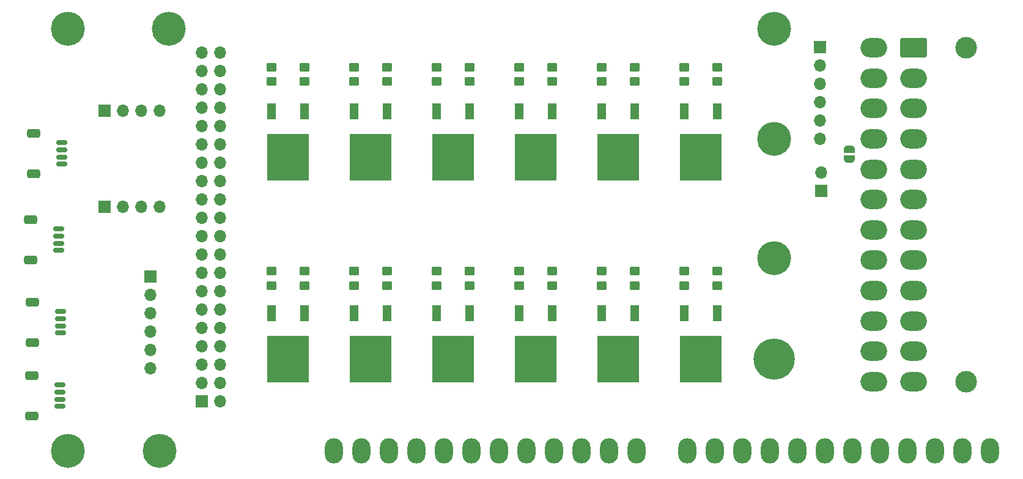
<source format=gts>
G04 #@! TF.GenerationSoftware,KiCad,Pcbnew,(6.0.1)*
G04 #@! TF.CreationDate,2022-02-20T22:53:54-05:00*
G04 #@! TF.ProjectId,op_mainboard1,6f705f6d-6169-46e6-926f-617264312e6b,rev?*
G04 #@! TF.SameCoordinates,Original*
G04 #@! TF.FileFunction,Soldermask,Top*
G04 #@! TF.FilePolarity,Negative*
%FSLAX46Y46*%
G04 Gerber Fmt 4.6, Leading zero omitted, Abs format (unit mm)*
G04 Created by KiCad (PCBNEW (6.0.1)) date 2022-02-20 22:53:54*
%MOMM*%
%LPD*%
G01*
G04 APERTURE LIST*
G04 Aperture macros list*
%AMRoundRect*
0 Rectangle with rounded corners*
0 $1 Rounding radius*
0 $2 $3 $4 $5 $6 $7 $8 $9 X,Y pos of 4 corners*
0 Add a 4 corners polygon primitive as box body*
4,1,4,$2,$3,$4,$5,$6,$7,$8,$9,$2,$3,0*
0 Add four circle primitives for the rounded corners*
1,1,$1+$1,$2,$3*
1,1,$1+$1,$4,$5*
1,1,$1+$1,$6,$7*
1,1,$1+$1,$8,$9*
0 Add four rect primitives between the rounded corners*
20,1,$1+$1,$2,$3,$4,$5,0*
20,1,$1+$1,$4,$5,$6,$7,0*
20,1,$1+$1,$6,$7,$8,$9,0*
20,1,$1+$1,$8,$9,$2,$3,0*%
%AMFreePoly0*
4,1,22,0.500000,-0.750000,0.000000,-0.750000,0.000000,-0.745033,-0.079941,-0.743568,-0.215256,-0.701293,-0.333266,-0.622738,-0.424486,-0.514219,-0.481581,-0.384460,-0.499164,-0.250000,-0.500000,-0.250000,-0.500000,0.250000,-0.499164,0.250000,-0.499963,0.256109,-0.478152,0.396186,-0.417904,0.524511,-0.324060,0.630769,-0.204165,0.706417,-0.067858,0.745374,0.000000,0.744959,0.000000,0.750000,
0.500000,0.750000,0.500000,-0.750000,0.500000,-0.750000,$1*%
%AMFreePoly1*
4,1,20,0.000000,0.744959,0.073905,0.744508,0.209726,0.703889,0.328688,0.626782,0.421226,0.519385,0.479903,0.390333,0.500000,0.250000,0.500000,-0.250000,0.499851,-0.262216,0.476331,-0.402017,0.414519,-0.529596,0.319384,-0.634700,0.198574,-0.708877,0.061801,-0.746166,0.000000,-0.745033,0.000000,-0.750000,-0.500000,-0.750000,-0.500000,0.750000,0.000000,0.750000,0.000000,0.744959,
0.000000,0.744959,$1*%
G04 Aperture macros list end*
%ADD10R,1.700000X1.700000*%
%ADD11O,1.700000X1.700000*%
%ADD12R,1.200000X2.200000*%
%ADD13R,5.800000X6.400000*%
%ADD14RoundRect,0.150000X-0.625000X0.150000X-0.625000X-0.150000X0.625000X-0.150000X0.625000X0.150000X0*%
%ADD15RoundRect,0.250000X-0.650000X0.350000X-0.650000X-0.350000X0.650000X-0.350000X0.650000X0.350000X0*%
%ADD16RoundRect,0.250000X0.450000X-0.350000X0.450000X0.350000X-0.450000X0.350000X-0.450000X-0.350000X0*%
%ADD17RoundRect,0.250000X-0.450000X0.350000X-0.450000X-0.350000X0.450000X-0.350000X0.450000X0.350000X0*%
%ADD18C,4.700000*%
%ADD19FreePoly0,90.000000*%
%ADD20FreePoly1,90.000000*%
%ADD21C,5.700000*%
%ADD22C,3.000000*%
%ADD23RoundRect,0.250001X-1.599999X1.099999X-1.599999X-1.099999X1.599999X-1.099999X1.599999X1.099999X0*%
%ADD24O,3.700000X2.700000*%
%ADD25O,2.500000X3.500000*%
G04 APERTURE END LIST*
D10*
X54610000Y-131318000D03*
D11*
X57150000Y-131318000D03*
X59690000Y-131318000D03*
X62230000Y-131318000D03*
D12*
X82290000Y-146100000D03*
D13*
X80010000Y-152400000D03*
D12*
X77730000Y-146100000D03*
D14*
X48380400Y-155980000D03*
X48380400Y-156980000D03*
X48380400Y-157980000D03*
X48380400Y-158980000D03*
D15*
X44505400Y-154680000D03*
X44505400Y-160280000D03*
D16*
X128010000Y-114030000D03*
X128010000Y-112030000D03*
X139440000Y-114030000D03*
X139440000Y-112030000D03*
D17*
X100590000Y-140240000D03*
X100590000Y-142240000D03*
X100590000Y-112030000D03*
X100590000Y-114030000D03*
D12*
X128010000Y-118160000D03*
D13*
X125730000Y-124460000D03*
D12*
X123450000Y-118160000D03*
D10*
X60960000Y-140970000D03*
D11*
X60960000Y-143510000D03*
X60960000Y-146050000D03*
X60960000Y-148590000D03*
X60960000Y-151130000D03*
X60960000Y-153670000D03*
D17*
X123450000Y-140240000D03*
X123450000Y-142240000D03*
D16*
X105150000Y-114030000D03*
X105150000Y-112030000D03*
D18*
X49530000Y-106680000D03*
D10*
X54620000Y-118085000D03*
D11*
X57160000Y-118085000D03*
X59700000Y-118085000D03*
X62240000Y-118085000D03*
D12*
X116580000Y-118160000D03*
D13*
X114300000Y-124460000D03*
D12*
X112020000Y-118160000D03*
D17*
X134880000Y-112030000D03*
X134880000Y-114030000D03*
X112020000Y-112030000D03*
X112020000Y-114030000D03*
D16*
X116580000Y-114030000D03*
X116580000Y-112030000D03*
D18*
X62230000Y-165100000D03*
D17*
X77730000Y-112030000D03*
X77730000Y-114030000D03*
D16*
X116580000Y-142240000D03*
X116580000Y-140240000D03*
D14*
X48634400Y-122452000D03*
X48634400Y-123452000D03*
X48634400Y-124452000D03*
X48634400Y-125452000D03*
D15*
X44759400Y-121152000D03*
X44759400Y-126752000D03*
D17*
X89160000Y-112030000D03*
X89160000Y-114030000D03*
X112020000Y-140240000D03*
X112020000Y-142240000D03*
D16*
X93720000Y-114030000D03*
X93720000Y-112030000D03*
D18*
X147320000Y-121920000D03*
D17*
X77730000Y-140240000D03*
X77730000Y-142240000D03*
D16*
X93720000Y-142240000D03*
X93720000Y-140240000D03*
D12*
X82290000Y-118160000D03*
D13*
X80010000Y-124460000D03*
D12*
X77730000Y-118160000D03*
D18*
X147320000Y-138430000D03*
X49530000Y-165100000D03*
X63500000Y-106680000D03*
D19*
X157734000Y-124729000D03*
D20*
X157734000Y-123429000D03*
D14*
X48482000Y-145820000D03*
X48482000Y-146820000D03*
X48482000Y-147820000D03*
X48482000Y-148820000D03*
D15*
X44607000Y-144520000D03*
X44607000Y-150120000D03*
D12*
X105150000Y-146100000D03*
D13*
X102870000Y-152400000D03*
D12*
X100590000Y-146100000D03*
D16*
X105150000Y-142240000D03*
X105150000Y-140240000D03*
D10*
X153797000Y-129159000D03*
D11*
X153797000Y-126619000D03*
D16*
X128010000Y-142240000D03*
X128010000Y-140240000D03*
D12*
X105150000Y-118160000D03*
D13*
X102870000Y-124460000D03*
D12*
X100590000Y-118160000D03*
D17*
X89160000Y-140240000D03*
X89160000Y-142240000D03*
D16*
X82290000Y-142240000D03*
X82290000Y-140240000D03*
D17*
X134880000Y-140240000D03*
X134880000Y-142240000D03*
D18*
X147320000Y-106680000D03*
D10*
X153670000Y-109220000D03*
D11*
X153670000Y-111760000D03*
X153670000Y-114300000D03*
X153670000Y-116840000D03*
X153670000Y-119380000D03*
X153670000Y-121920000D03*
D17*
X123450000Y-112030000D03*
X123450000Y-114030000D03*
D16*
X82290000Y-114030000D03*
X82290000Y-112030000D03*
D12*
X139440000Y-146100000D03*
D13*
X137160000Y-152400000D03*
D12*
X134880000Y-146100000D03*
D21*
X147320000Y-152400000D03*
D22*
X173900000Y-155550000D03*
X173900000Y-109350000D03*
D23*
X166600000Y-109350000D03*
D24*
X166600000Y-113550000D03*
X166600000Y-117750000D03*
X166600000Y-121950000D03*
X166600000Y-126150000D03*
X166600000Y-130350000D03*
X166600000Y-134550000D03*
X166600000Y-138750000D03*
X166600000Y-142950000D03*
X166600000Y-147150000D03*
X166600000Y-151350000D03*
X166600000Y-155550000D03*
X161100000Y-109350000D03*
X161100000Y-113550000D03*
X161100000Y-117750000D03*
X161100000Y-121950000D03*
X161100000Y-126150000D03*
X161100000Y-130350000D03*
X161100000Y-134550000D03*
X161100000Y-138750000D03*
X161100000Y-142950000D03*
X161100000Y-147150000D03*
X161100000Y-151350000D03*
X161100000Y-155550000D03*
D12*
X93720000Y-118160000D03*
D13*
X91440000Y-124460000D03*
D12*
X89160000Y-118160000D03*
D16*
X139440000Y-142240000D03*
X139440000Y-140240000D03*
D14*
X48260000Y-134390000D03*
X48260000Y-135390000D03*
X48260000Y-136390000D03*
X48260000Y-137390000D03*
D15*
X44385000Y-138690000D03*
X44385000Y-133090000D03*
D12*
X128010000Y-146100000D03*
D13*
X125730000Y-152400000D03*
D12*
X123450000Y-146100000D03*
X139440000Y-118160000D03*
D13*
X137160000Y-124460000D03*
D12*
X134880000Y-118160000D03*
X93720000Y-146100000D03*
D13*
X91440000Y-152400000D03*
D12*
X89160000Y-146100000D03*
X116580000Y-146100000D03*
D13*
X114300000Y-152400000D03*
D12*
X112020000Y-146100000D03*
D10*
X68072000Y-158242000D03*
D11*
X70612000Y-158242000D03*
X68072000Y-155702000D03*
X70612000Y-155702000D03*
X68072000Y-153162000D03*
X70612000Y-153162000D03*
X68072000Y-150622000D03*
X70612000Y-150622000D03*
X68072000Y-148082000D03*
X70612000Y-148082000D03*
X68072000Y-145542000D03*
X70612000Y-145542000D03*
X68072000Y-143002000D03*
X70612000Y-143002000D03*
X68072000Y-140462000D03*
X70612000Y-140462000D03*
X68072000Y-137922000D03*
X70612000Y-137922000D03*
X68072000Y-135382000D03*
X70612000Y-135382000D03*
X68072000Y-132842000D03*
X70612000Y-132842000D03*
X68072000Y-130302000D03*
X70612000Y-130302000D03*
X68072000Y-127762000D03*
X70612000Y-127762000D03*
X68072000Y-125222000D03*
X70612000Y-125222000D03*
X68072000Y-122682000D03*
X70612000Y-122682000D03*
X68072000Y-120142000D03*
X70612000Y-120142000D03*
X68072000Y-117602000D03*
X70612000Y-117602000D03*
X68072000Y-115062000D03*
X70612000Y-115062000D03*
X68072000Y-112522000D03*
X70612000Y-112522000D03*
X68072000Y-109982000D03*
X70612000Y-109982000D03*
D25*
X86360000Y-165100000D03*
X90170000Y-165100000D03*
X93980000Y-165100000D03*
X97790000Y-165100000D03*
X101600000Y-165100000D03*
X105410000Y-165100000D03*
X109220000Y-165100000D03*
X113030000Y-165100000D03*
X116840000Y-165100000D03*
X120650000Y-165100000D03*
X124460000Y-165100000D03*
X128270000Y-165100000D03*
X135255000Y-165100000D03*
X139065000Y-165100000D03*
X142875000Y-165100000D03*
X146685000Y-165100000D03*
X150495000Y-165100000D03*
X154305000Y-165100000D03*
X158115000Y-165100000D03*
X161925000Y-165100000D03*
X165735000Y-165100000D03*
X169545000Y-165100000D03*
X173355000Y-165100000D03*
X177165000Y-165100000D03*
M02*

</source>
